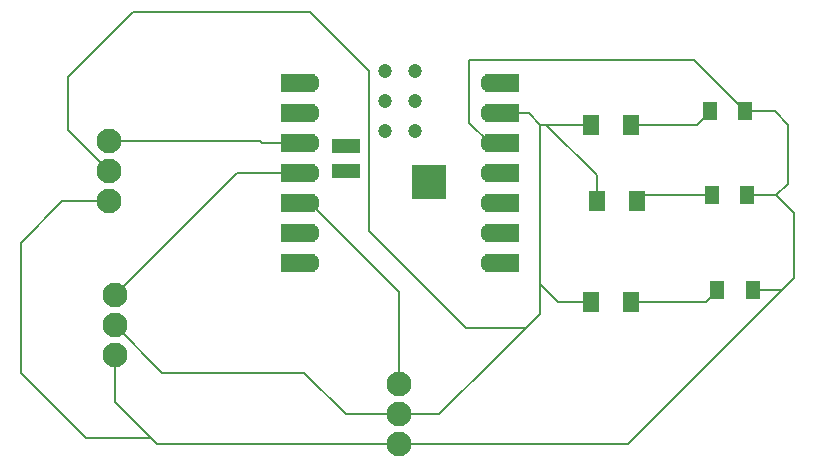
<source format=gbr>
%TF.GenerationSoftware,KiCad,Pcbnew,9.0.0*%
%TF.CreationDate,2025-11-15T10:21:15-05:00*%
%TF.ProjectId,final,66696e61-6c2e-46b6-9963-61645f706362,rev?*%
%TF.SameCoordinates,Original*%
%TF.FileFunction,Copper,L1,Top*%
%TF.FilePolarity,Positive*%
%FSLAX46Y46*%
G04 Gerber Fmt 4.6, Leading zero omitted, Abs format (unit mm)*
G04 Created by KiCad (PCBNEW 9.0.0) date 2025-11-15 10:21:15*
%MOMM*%
%LPD*%
G01*
G04 APERTURE LIST*
%TA.AperFunction,ComponentPad*%
%ADD10C,2.100000*%
%TD*%
%TA.AperFunction,SMDPad,CuDef*%
%ADD11R,1.400000X1.700000*%
%TD*%
%TA.AperFunction,SMDPad,CuDef*%
%ADD12R,1.200000X1.600000*%
%TD*%
%TA.AperFunction,ComponentPad*%
%ADD13C,1.600000*%
%TD*%
%TA.AperFunction,SMDPad,CuDef*%
%ADD14R,3.000000X1.600000*%
%TD*%
%TA.AperFunction,SMDPad,CuDef*%
%ADD15R,2.400000X1.200000*%
%TD*%
%TA.AperFunction,SMDPad,CuDef*%
%ADD16C,1.200000*%
%TD*%
%TA.AperFunction,SMDPad,CuDef*%
%ADD17R,3.000000X3.000000*%
%TD*%
%TA.AperFunction,Conductor*%
%ADD18C,0.200000*%
%TD*%
G04 APERTURE END LIST*
D10*
%TO.P,J1,1,Pin_1*%
%TO.N,Net-(J1-Pin_1)*%
X56000000Y-64420000D03*
%TO.P,J1,2,Pin_2*%
%TO.N,Net-(D1-K)*%
X56000000Y-66960000D03*
%TO.P,J1,3,Pin_3*%
X56000000Y-69500000D03*
%TD*%
D11*
%TO.P,D1,1,K*%
%TO.N,Net-(D1-K)*%
X96800000Y-63000000D03*
%TO.P,D1,2,A*%
%TO.N,Net-(D1-A)*%
X100200000Y-63000000D03*
%TD*%
D12*
%TO.P,R2,1*%
%TO.N,Net-(D1-K)*%
X110000000Y-69000000D03*
%TO.P,R2,2*%
%TO.N,Net-(D2-A)*%
X107000000Y-69000000D03*
%TD*%
D11*
%TO.P,D2,1,K*%
%TO.N,Net-(D1-K)*%
X97300000Y-69500000D03*
%TO.P,D2,2,A*%
%TO.N,Net-(D2-A)*%
X100700000Y-69500000D03*
%TD*%
D13*
%TO.P,M1,1,D0*%
%TO.N,unconnected-(M1-D0-Pad1)*%
X73000000Y-59500000D03*
D14*
X72000000Y-59500000D03*
D13*
%TO.P,M1,2,D1*%
%TO.N,unconnected-(M1-D1-Pad2)*%
X73000000Y-62040000D03*
D14*
X72000000Y-62040000D03*
D13*
%TO.P,M1,3,D2*%
%TO.N,Net-(J1-Pin_1)*%
X73000000Y-64580000D03*
D14*
X72000000Y-64580000D03*
D13*
%TO.P,M1,4,D3*%
%TO.N,Net-(J2-Pin_1)*%
X73000000Y-67120000D03*
D14*
X72000000Y-67120000D03*
D13*
%TO.P,M1,5,D4*%
%TO.N,Net-(J3-Pin_1)*%
X73000000Y-69660000D03*
D14*
X72000000Y-69660000D03*
D13*
%TO.P,M1,6,D5*%
%TO.N,unconnected-(M1-D5-Pad6)*%
X73000000Y-72200000D03*
D14*
X72000000Y-72200000D03*
D13*
%TO.P,M1,7,D6*%
%TO.N,unconnected-(M1-D6-Pad7)*%
X73000000Y-74740000D03*
D14*
X72000000Y-74740000D03*
D13*
%TO.P,M1,8,D7*%
%TO.N,unconnected-(M1-D7-Pad8)*%
X88235000Y-74740000D03*
D14*
X89235000Y-74740000D03*
D13*
%TO.P,M1,9,D8*%
%TO.N,unconnected-(M1-D8-Pad9)*%
X88235000Y-72200000D03*
D14*
X89235000Y-72200000D03*
D13*
%TO.P,M1,10,D9*%
%TO.N,unconnected-(M1-D9-Pad10)*%
X88235000Y-69660000D03*
D14*
X89235000Y-69660000D03*
D13*
%TO.P,M1,11,D10*%
%TO.N,unconnected-(M1-D10-Pad11)*%
X88235000Y-67120000D03*
D14*
X89235000Y-67120000D03*
D13*
%TO.P,M1,12,3V3*%
%TO.N,Net-(D1-K)*%
X88235000Y-64580000D03*
D14*
X89235000Y-64580000D03*
D13*
%TO.P,M1,13,GND*%
X88235000Y-62040000D03*
D14*
X89235000Y-62040000D03*
D13*
%TO.P,M1,14,5V*%
%TO.N,unconnected-(M1-5V-Pad14)*%
X88235000Y-59500000D03*
D14*
X89235000Y-59500000D03*
D15*
%TO.P,M1,15,BAT_GND*%
%TO.N,unconnected-(M1-BAT_GND-Pad15)*%
X76015000Y-64820000D03*
%TO.P,M1,16,BAT_VIN*%
%TO.N,unconnected-(M1-BAT_VIN-Pad16)*%
X76015000Y-66920000D03*
D16*
%TO.P,M1,17,MTDI*%
%TO.N,unconnected-(M1-MTDI-Pad17)*%
X79345000Y-58440000D03*
%TO.P,M1,18,EN*%
%TO.N,unconnected-(M1-EN-Pad18)*%
X79345000Y-60980000D03*
%TO.P,M1,19,MTMS*%
%TO.N,unconnected-(M1-MTMS-Pad19)*%
X79345000Y-63520000D03*
%TO.P,M1,20,MTCK*%
%TO.N,unconnected-(M1-MTCK-Pad20)*%
X81885000Y-63520000D03*
%TO.P,M1,21,GND*%
%TO.N,unconnected-(M1-GND-Pad21)*%
X81885000Y-60980000D03*
%TO.P,M1,22,MTDO*%
%TO.N,unconnected-(M1-MTDO-Pad22)*%
X81885000Y-58440000D03*
D17*
%TO.P,M1,23,THERMAL*%
%TO.N,unconnected-(M1-THERMAL-Pad23)*%
X83115000Y-67870000D03*
%TD*%
D12*
%TO.P,R1,1*%
%TO.N,Net-(D1-K)*%
X109875000Y-61855000D03*
%TO.P,R1,2*%
%TO.N,Net-(D1-A)*%
X106875000Y-61855000D03*
%TD*%
D10*
%TO.P,J2,1,Pin_1*%
%TO.N,Net-(J2-Pin_1)*%
X56500000Y-77450000D03*
%TO.P,J2,2,Pin_2*%
%TO.N,Net-(D1-K)*%
X56500000Y-79990000D03*
%TO.P,J2,3,Pin_3*%
X56500000Y-82530000D03*
%TD*%
%TO.P,J3,1,Pin_1*%
%TO.N,Net-(J3-Pin_1)*%
X80500000Y-85000000D03*
%TO.P,J3,2,Pin_2*%
%TO.N,Net-(D1-K)*%
X80500000Y-87540000D03*
%TO.P,J3,3,Pin_3*%
X80500000Y-90080000D03*
%TD*%
D11*
%TO.P,D3,1,K*%
%TO.N,Net-(D1-K)*%
X96800000Y-78000000D03*
%TO.P,D3,2,A*%
%TO.N,Net-(D3-A)*%
X100200000Y-78000000D03*
%TD*%
D12*
%TO.P,R3,1*%
%TO.N,Net-(D1-K)*%
X110500000Y-77000000D03*
%TO.P,R3,2*%
%TO.N,Net-(D3-A)*%
X107500000Y-77000000D03*
%TD*%
D18*
%TO.N,Net-(D1-K)*%
X56500000Y-82530000D02*
X56500000Y-86500000D01*
X92500000Y-63000000D02*
X93000000Y-63000000D01*
X83960000Y-87540000D02*
X88750000Y-82750000D01*
X60080000Y-90080000D02*
X80500000Y-90080000D01*
X80500000Y-87540000D02*
X83960000Y-87540000D01*
X113500000Y-68000000D02*
X112500000Y-69000000D01*
X86500000Y-62845000D02*
X88235000Y-64580000D01*
X56000000Y-69500000D02*
X52000000Y-69500000D01*
X80500000Y-90080000D02*
X99920000Y-90080000D01*
X86250000Y-80250000D02*
X91250000Y-80250000D01*
X92500000Y-63000000D02*
X91540000Y-62040000D01*
X93000000Y-63000000D02*
X96800000Y-63000000D01*
X48500000Y-84000000D02*
X54000000Y-89500000D01*
X56500000Y-86500000D02*
X59500000Y-89500000D01*
X112500000Y-69000000D02*
X114000000Y-70500000D01*
X48500000Y-73000000D02*
X48500000Y-84000000D01*
X78000000Y-72000000D02*
X86250000Y-80250000D01*
X52500000Y-63460000D02*
X52500000Y-59000000D01*
X56000000Y-66960000D02*
X52500000Y-63460000D01*
X113500000Y-63000000D02*
X113500000Y-68000000D01*
X92500000Y-76500000D02*
X92500000Y-63000000D01*
X88750000Y-82750000D02*
X91250000Y-80250000D01*
X52000000Y-69500000D02*
X48500000Y-73000000D01*
X109875000Y-61855000D02*
X112355000Y-61855000D01*
X86500000Y-57500000D02*
X86500000Y-62845000D01*
X114000000Y-70500000D02*
X114000000Y-76000000D01*
X110500000Y-77000000D02*
X113000000Y-77000000D01*
X97300000Y-69500000D02*
X97300000Y-67300000D01*
X91250000Y-80250000D02*
X92500000Y-79000000D01*
X58000000Y-53500000D02*
X73000000Y-53500000D01*
X76040000Y-87540000D02*
X80500000Y-87540000D01*
X96800000Y-78000000D02*
X94000000Y-78000000D01*
X60510000Y-84000000D02*
X72500000Y-84000000D01*
X52500000Y-59000000D02*
X58000000Y-53500000D01*
X59500000Y-89500000D02*
X60080000Y-90080000D01*
X99920000Y-90080000D02*
X113000000Y-77000000D01*
X94000000Y-78000000D02*
X92500000Y-76500000D01*
X78000000Y-58500000D02*
X78000000Y-72000000D01*
X112355000Y-61855000D02*
X113500000Y-63000000D01*
X105520000Y-57500000D02*
X86500000Y-57500000D01*
X54000000Y-89500000D02*
X59500000Y-89500000D01*
X97300000Y-67300000D02*
X93000000Y-63000000D01*
X72500000Y-84000000D02*
X76040000Y-87540000D01*
X56500000Y-79990000D02*
X60510000Y-84000000D01*
X88235000Y-62040000D02*
X91540000Y-62040000D01*
X113000000Y-77000000D02*
X114000000Y-76000000D01*
X109875000Y-61855000D02*
X105520000Y-57500000D01*
X92500000Y-79000000D02*
X92500000Y-76500000D01*
X73000000Y-53500000D02*
X78000000Y-58500000D01*
X112500000Y-69000000D02*
X110000000Y-69000000D01*
%TO.N,Net-(D1-A)*%
X100200000Y-63000000D02*
X105730000Y-63000000D01*
X105730000Y-63000000D02*
X106875000Y-61855000D01*
%TO.N,Net-(D2-A)*%
X101200000Y-69000000D02*
X100700000Y-69500000D01*
X107000000Y-69000000D02*
X101200000Y-69000000D01*
%TO.N,Net-(D3-A)*%
X100200000Y-78000000D02*
X106500000Y-78000000D01*
X106500000Y-78000000D02*
X107500000Y-77000000D01*
%TO.N,Net-(J1-Pin_1)*%
X73000000Y-64580000D02*
X68920000Y-64580000D01*
X68920000Y-64580000D02*
X68760000Y-64420000D01*
X68760000Y-64420000D02*
X56000000Y-64420000D01*
%TO.N,Net-(J2-Pin_1)*%
X66830000Y-67120000D02*
X73000000Y-67120000D01*
X56500000Y-77450000D02*
X66830000Y-67120000D01*
%TO.N,Net-(J3-Pin_1)*%
X80500000Y-77160000D02*
X73000000Y-69660000D01*
X80500000Y-85000000D02*
X80500000Y-77160000D01*
%TD*%
M02*

</source>
